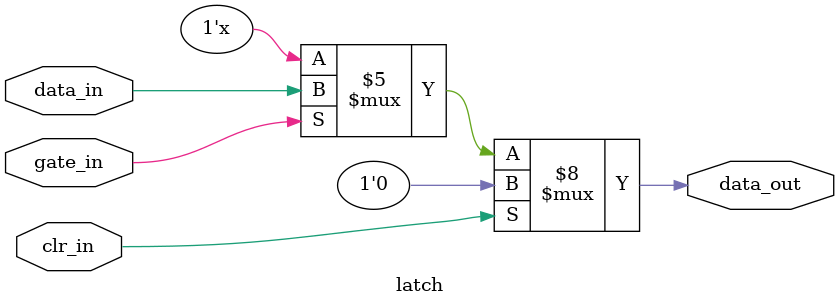
<source format=v>
`timescale 1ns / 1ps
  module latch
  (
//------------------------------------------------------------------------------
// INPUT DECLARATION
//------------------------------------------------------------------------------ 
    input     data_in 	        	, // Data input port declaration 
    input     gate_in			, // Gate input port declaration
    input     clr_in			, // Clear input declaration 
//------------------------------------------------------------------------------
// OUTPUT DECLARATION
//------------------------------------------------------------------------------
    output    data_out		  	  // Data out port declaration  
  ); 
//------------------------------------------------------------------------------
// REGISTER DECLARATION
//------------------------------------------------------------------------------
  reg	    data_out  	=  1'b0	    	; // Register Data out port declaration  
//------------------------------------------------------------------------------
// PROCEDURAL ALWAYS BLOCK - Latch with Gate and Clear
//------------------------------------------------------------------------------     
  always@(*)
    begin
      if(clr_in == 1'b1)
         data_out <= 1'b0              	;
      else if(gate_in == 1'b1)
         data_out <= data_in     	;  
    end
    
endmodule





</source>
